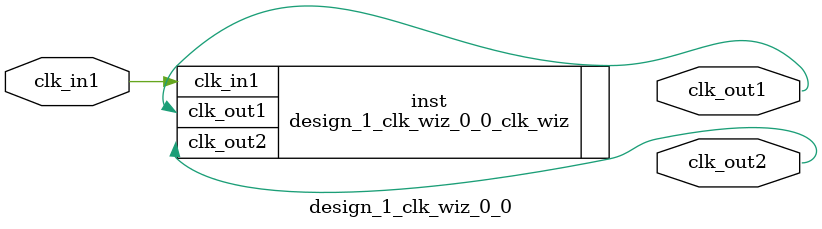
<source format=v>


`timescale 1ps/1ps

(* CORE_GENERATION_INFO = "design_1_clk_wiz_0_0,clk_wiz_v6_0_3_0_0,{component_name=design_1_clk_wiz_0_0,use_phase_alignment=true,use_min_o_jitter=false,use_max_i_jitter=false,use_dyn_phase_shift=false,use_inclk_switchover=false,use_dyn_reconfig=false,enable_axi=0,feedback_source=FDBK_AUTO,PRIMITIVE=MMCM,num_out_clk=2,clkin1_period=10.000,clkin2_period=10.000,use_power_down=false,use_reset=false,use_locked=false,use_inclk_stopped=false,feedback_type=SINGLE,CLOCK_MGR_TYPE=NA,manual_override=false}" *)

module design_1_clk_wiz_0_0 
 (
  // Clock out ports
  output        clk_out1,
  output        clk_out2,
 // Clock in ports
  input         clk_in1
 );

  design_1_clk_wiz_0_0_clk_wiz inst
  (
  // Clock out ports  
  .clk_out1(clk_out1),
  .clk_out2(clk_out2),
 // Clock in ports
  .clk_in1(clk_in1)
  );

endmodule

</source>
